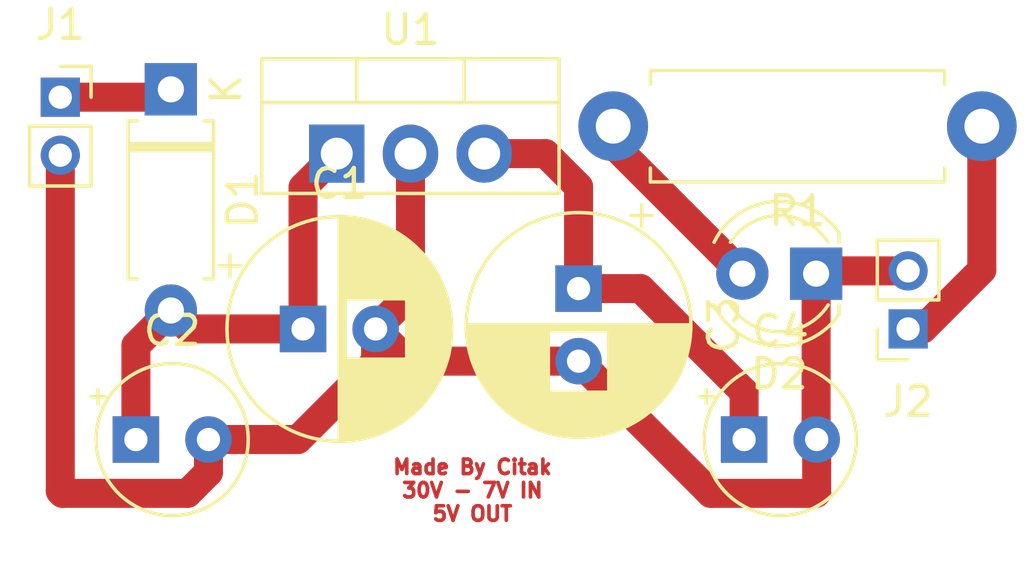
<source format=kicad_pcb>
(kicad_pcb (version 20211014) (generator pcbnew)
  (layers (0 "F.Cu" signal) (31 "B.Cu" signal) (34 "B.Paste" user) (35 "F.Paste" user) (36 "B.SilkS" user "B.Silkscreen") (37 "F.SilkS" user "F.Silkscreen") (38 "B.Mask" user) (39 "F.Mask" user) (44 "Edge.Cuts" user))
  (net 0 "")
  (net 1 "Net-(C1-Pad1)")
  (net 2 "Net-(C1-Pad2)")
  (net 3 "Net-(C3-Pad1)")
  (net 4 "Net-(D1-Pad1)")
  (net 5 "Net-(D2-Pad2)")
  (footprint "Connector_PinSocket_2.00mm:PinSocket_1x02_P2.00mm_Vertical" (layer "F.Cu") (at 141.605 65.405 180)
    (fp_text reference "J2" (at 0 -2.5) (layer "F.SilkS"))
    (fp_text value "4P2C")
    (fp_line (start 1.06 -1.06) (end 1.06 0) (layer "F.SilkS") (width 0.12))
    (fp_line (start 1.06 1) (end 1.06 3.06) (layer "F.SilkS") (width 0.12))
    (fp_line (start -1.06 1) (end -1.06 3.06) (layer "F.SilkS") (width 0.12))
    (fp_line (start -1.06 3.06) (end 1.06 3.06) (layer "F.SilkS") (width 0.12))
    (fp_line (start -1.06 1) (end 1.06 1) (layer "F.SilkS") (width 0.12))
    (fp_line (start 0 -1.06) (end 1.06 -1.06) (layer "F.SilkS") (width 0.12))
    (pad "1" thru_hole rect (at 0 0 180) (size 1.35 1.35) (drill 0.8) (layers *.Cu *.Mask) (net 3 "Net-(C3-Pad1)"))
    (pad "2" thru_hole oval (at 0 2 180) (size 1.35 1.35) (drill 0.8) (layers *.Cu *.Mask) (net 2 "Net-(C1-Pad2)"))
  )
  (footprint "Resistor_THT:R_Axial_DIN0411_L9.9mm_D3.6mm_P12.70mm_Horizontal" (layer "F.Cu") (at 144.145 58.42 180)
    (fp_text reference "R1" (at 6.35 -2.92) (layer "F.SilkS"))
    (fp_text value "330k")
    (fp_line (start 1.28 -1.92) (end 11.42 -1.92) (layer "F.SilkS") (width 0.12))
    (fp_line (start 11.42 -1.92) (end 11.42 -1.44) (layer "F.SilkS") (width 0.12))
    (fp_line (start 11.42 1.92) (end 11.42 1.44) (layer "F.SilkS") (width 0.12))
    (fp_line (start 1.28 -1.44) (end 1.28 -1.92) (layer "F.SilkS") (width 0.12))
    (fp_line (start 1.28 1.92) (end 11.42 1.92) (layer "F.SilkS") (width 0.12))
    (fp_line (start 1.28 1.44) (end 1.28 1.92) (layer "F.SilkS") (width 0.12))
    (pad "1" thru_hole circle (at 0 0 180) (size 2.4 2.4) (drill 1.2) (layers *.Cu *.Mask) (net 3 "Net-(C3-Pad1)"))
    (pad "2" thru_hole oval (at 12.7 0 180) (size 2.4 2.4) (drill 1.2) (layers *.Cu *.Mask) (net 5 "Net-(D2-Pad2)"))
  )
  (footprint "Package_TO_SOT_THT:TO-220-3_Vertical" (layer "F.Cu") (at 121.92 59.365)
    (fp_text reference "U1" (at 2.54 -4.27) (layer "F.SilkS"))
    (fp_text value "L7805")
    (fp_line (start -2.58 -3.27) (end 7.66 -3.27) (layer "F.SilkS") (width 0.12))
    (fp_line (start -2.58 -3.27) (end -2.58 1.371) (layer "F.SilkS") (width 0.12))
    (fp_line (start -2.58 1.371) (end 7.66 1.371) (layer "F.SilkS") (width 0.12))
    (fp_line (start 7.66 -3.27) (end 7.66 1.371) (layer "F.SilkS") (width 0.12))
    (fp_line (start -2.58 -1.76) (end 7.66 -1.76) (layer "F.SilkS") (width 0.12))
    (fp_line (start 4.391 -3.27) (end 4.391 -1.76) (layer "F.SilkS") (width 0.12))
    (fp_line (start 0.69 -3.27) (end 0.69 -1.76) (layer "F.SilkS") (width 0.12))
    (pad "1" thru_hole rect (at 0 0) (size 1.905 2) (drill 1.1) (layers *.Cu *.Mask) (net 1 "Net-(C1-Pad1)"))
    (pad "2" thru_hole oval (at 2.54 0) (size 1.905 2) (drill 1.1) (layers *.Cu *.Mask) (net 2 "Net-(C1-Pad2)"))
    (pad "3" thru_hole oval (at 5.08 0) (size 1.905 2) (drill 1.1) (layers *.Cu *.Mask) (net 3 "Net-(C3-Pad1)"))
  )
  (footprint "Capacitor_THT:CP_Radial_Tantal_D5.0mm_P2.50mm" (layer "F.Cu") (at 135.954888 69.215)
    (fp_text reference "C4" (at 1.25 -3.75) (layer "F.SilkS"))
    (fp_text value "0.1uF")
    (fp_line (start -1.554775 -1.475) (end -1.054775 -1.475) (layer "F.SilkS") (width 0.12))
    (fp_line (start -1.304775 -1.725) (end -1.304775 -1.225) (layer "F.SilkS") (width 0.12))
    (fp_circle (center 1.25 0) (end 3.87 0) (layer "F.SilkS") (width 0.12) (fill none))
    (pad "1" thru_hole rect (at 0 0) (size 1.6 1.6) (drill 0.8) (layers *.Cu *.Mask) (net 3 "Net-(C3-Pad1)"))
    (pad "2" thru_hole circle (at 2.5 0) (size 1.6 1.6) (drill 0.8) (layers *.Cu *.Mask) (net 2 "Net-(C1-Pad2)"))
  )
  (footprint "Connector_PinSocket_2.00mm:PinSocket_1x02_P2.00mm_Vertical" (layer "F.Cu") (at 112.395 57.42)
    (fp_text reference "J1" (at 0 -2.5) (layer "F.SilkS"))
    (fp_text value "4P2C")
    (fp_line (start -1.06 1) (end -1.06 3.06) (layer "F.SilkS") (width 0.12))
    (fp_line (start 0 -1.06) (end 1.06 -1.06) (layer "F.SilkS") (width 0.12))
    (fp_line (start 1.06 -1.06) (end 1.06 0) (layer "F.SilkS") (width 0.12))
    (fp_line (start -1.06 3.06) (end 1.06 3.06) (layer "F.SilkS") (width 0.12))
    (fp_line (start -1.06 1) (end 1.06 1) (layer "F.SilkS") (width 0.12))
    (fp_line (start 1.06 1) (end 1.06 3.06) (layer "F.SilkS") (width 0.12))
    (pad "1" thru_hole rect (at 0 0) (size 1.35 1.35) (drill 0.8) (layers *.Cu *.Mask) (net 4 "Net-(D1-Pad1)"))
    (pad "2" thru_hole oval (at 0 2) (size 1.35 1.35) (drill 0.8) (layers *.Cu *.Mask) (net 2 "Net-(C1-Pad2)"))
  )
  (footprint "LED_THT:LED_D4.0mm" (layer "F.Cu") (at 138.435 63.5 180)
    (fp_text reference "D2" (at 1.27 -3.46) (layer "F.SilkS"))
    (fp_text value "R_LED")
    (fp_line (start -0.79 1.08) (end -0.79 1.399) (layer "F.SilkS") (width 0.12))
    (fp_line (start -0.79 -1.399) (end -0.79 -1.08) (layer "F.SilkS") (width 0.12))
    (fp_arc (start 2.952713 1.080961) (mid 1.269429 2) (end -0.41333 1.08) (layer "F.SilkS") (width 0.12))
    (fp_arc (start -0.41333 -1.08) (mid 1.269429 -2) (end 2.952713 -1.080961) (layer "F.SilkS") (width 0.12))
    (fp_arc (start 3.513242 1.080724) (mid 1.453519 2.483228) (end -0.79 1.398749) (layer "F.SilkS") (width 0.12))
    (fp_arc (start -0.79 -1.398749) (mid 1.453519 -2.483228) (end 3.513242 -1.080724) (layer "F.SilkS") (width 0.12))
    (pad "1" thru_hole rect (at 0 0 180) (size 1.8 1.8) (drill 0.9) (layers *.Cu *.Mask) (net 2 "Net-(C1-Pad2)"))
    (pad "2" thru_hole circle (at 2.54 0 180) (size 1.8 1.8) (drill 0.9) (layers *.Cu *.Mask) (net 5 "Net-(D2-Pad2)"))
  )
  (footprint "Capacitor_THT:CP_Radial_D7.5mm_P2.50mm" (layer "F.Cu") (at 120.758606 65.405)
    (fp_text reference "C1" (at 1.25 -5) (layer "F.SilkS"))
    (fp_text value "0.22uF")
    (fp_line (start 3.211 -3.297) (end 3.211 -1.04) (layer "F.SilkS") (width 0.12))
    (fp_line (start 2.811 1.04) (end 2.811 3.502) (layer "F.SilkS") (width 0.12))
    (fp_line (start 2.611 1.04) (end 2.611 3.584) (layer "F.SilkS") (width 0.12))
    (fp_line (start 1.49 1.04) (end 1.49 3.823) (layer "F.SilkS") (width 0.12))
    (fp_line (start 3.291 1.04) (end 3.291 3.249) (layer "F.SilkS") (width 0.12))
    (fp_line (start 2.171 1.04) (end 2.171 3.72) (layer "F.SilkS") (width 0.12))
    (fp_line (start 3.571 -3.058) (end 3.571 3.058) (layer "F.SilkS") (width 0.12))
    (fp_line (start 2.051 1.04) (end 2.051 3.747) (layer "F.SilkS") (width 0.12))
    (fp_line (start 2.291 1.04) (end 2.291 3.688) (layer "F.SilkS") (width 0.12))
    (fp_line (start 3.211 1.04) (end 3.211 3.297) (layer "F.SilkS") (width 0.12))
    (fp_line (start 1.89 -3.777) (end 1.89 -1.04) (layer "F.SilkS") (width 0.12))
    (fp_line (start 3.171 1.04) (end 3.171 3.321) (layer "F.SilkS") (width 0.12))
    (fp_line (start 3.451 1.04) (end 3.451 3.144) (layer "F.SilkS") (width 0.12))
    (fp_line (start 3.851 -2.827) (end 3.851 2.827) (layer "F.SilkS") (width 0.12))
    (fp_line (start 2.531 -3.613) (end 2.531 -1.04) (layer "F.SilkS") (width 0.12))
    (fp_line (start 2.571 -3.598) (end 2.571 -1.04) (layer "F.SilkS") (width 0.12))
    (fp_line (start 2.971 -3.427) (end 2.971 -1.04) (layer "F.SilkS") (width 0.12))
    (fp_line (start 1.85 1.04) (end 1.85 3.784) (layer "F.SilkS") (width 0.12))
    (fp_line (start 2.771 -3.52) (end 2.771 -1.04) (layer "F.SilkS") (width 0.12))
    (fp_line (start 1.81 -3.79) (end 1.81 -1.04) (layer "F.SilkS") (width 0.12))
    (fp_line (start 4.451 -2.137) (end 4.451 2.137) (layer "F.SilkS") (width 0.12))
    (fp_line (start 2.211 -3.71) (end 2.211 -1.04) (layer "F.SilkS") (width 0.12))
    (fp_line (start 3.691 -2.964) (end 3.691 2.964) (layer "F.SilkS") (width 0.12))
    (fp_line (start 4.931 -1.158) (end 4.931 1.158) (layer "F.SilkS") (width 0.12))
    (fp_line (start 1.61 1.04) (end 1.61 3.814) (layer "F.SilkS") (width 0.12))
    (fp_line (start 3.291 -3.249) (end 3.291 -1.04) (layer "F.SilkS") (width 0.12))
    (fp_line (start 2.731 1.04) (end 2.731 3.536) (layer "F.SilkS") (width 0.12))
    (fp_line (start 2.771 1.04) (end 2.771 3.52) (layer "F.SilkS") (width 0.12))
    (fp_line (start 3.371 -3.198) (end 3.371 -1.04) (layer "F.SilkS") (width 0.12))
    (fp_line (start 2.971 1.04) (end 2.971 3.427) (layer "F.SilkS") (width 0.12))
    (fp_line (start 1.89 1.04) (end 1.89 3.777) (layer "F.SilkS") (width 0.12))
    (fp_line (start 1.49 -3.823) (end 1.49 -1.04) (layer "F.SilkS") (width 0.12))
    (fp_line (start 4.331 -2.304) (end 4.331 2.304) (layer "F.SilkS") (width 0.12))
    (fp_line (start 1.77 1.04) (end 1.77 3.795) (layer "F.SilkS") (width 0.12))
    (fp_line (start 4.731 -1.654) (end 4.731 1.654) (layer "F.SilkS") (width 0.12))
    (fp_line (start 5.011 -0.877) (end 5.011 0.877) (layer "F.SilkS") (width 0.12))
    (fp_line (start 4.211 -2.454) (end 4.211 2.454) (layer "F.SilkS") (width 0.12))
    (fp_line (start 1.971 1.04) (end 1.971 3.763) (layer "F.SilkS") (width 0.12))
    (fp_line (start 4.651 -1.809) (end 4.651 1.809) (layer "F.SilkS") (width 0.12))
    (fp_line (start 1.53 -3.82) (end 1.53 -1.04) (layer "F.SilkS") (width 0.12))
    (fp_line (start 3.251 -3.274) (end 3.251 -1.04) (layer "F.SilkS") (width 0.12))
    (fp_line (start 4.571 -1.949) (end 4.571 1.949) (layer "F.SilkS") (width 0.12))
    (fp_line (start -2.892211 -2.175) (end -2.142211 -2.175) (layer "F.SilkS") (width 0.12))
    (fp_line (start 1.73 -3.801) (end 1.73 -1.04) (layer "F.SilkS") (width 0.12))
    (fp_line (start 1.65 1.04) (end 1.65 3.81) (layer "F.SilkS") (width 0.12))
    (fp_line (start 1.81 1.04) (end 1.81 3.79) (layer "F.SilkS") (width 0.12))
    (fp_line (start 2.451 1.04) (end 2.451 3.64) (layer "F.SilkS") (width 0.12))
    (fp_line (start 2.811 -3.502) (end 2.811 -1.04) (layer "F.SilkS") (width 0.12))
    (fp_line (start 4.171 -2.5) (end 4.171 2.5) (layer "F.SilkS") (width 0.12))
    (fp_line (start 4.011 -2.673) (end 4.011 2.673) (layer "F.SilkS") (width 0.12))
    (fp_line (start 3.771 -2.898) (end 3.771 2.898) (layer "F.SilkS") (width 0.12))
    (fp_line (start 3.131 1.04) (end 3.131 3.343) (layer "F.SilkS") (width 0.12))
    (fp_line (start 2.491 1.04) (end 2.491 3.626) (layer "F.SilkS") (width 0.12))
    (fp_line (start 3.491 1.04) (end 3.491 3.116) (layer "F.SilkS") (width 0.12))
    (fp_line (start 3.091 1.04) (end 3.091 3.365) (layer "F.SilkS") (width 0.12))
    (fp_line (start 3.491 -3.116) (end 3.491 -1.04) (layer "F.SilkS") (width 0.12))
    (fp_line (start 4.251 -2.405) (end 4.251 2.405) (layer "F.SilkS") (width 0.12))
    (fp_line (start 1.77 -3.795) (end 1.77 -1.04) (layer "F.SilkS") (width 0.12))
    (fp_line (start 3.651 -2.996) (end 3.651 2.996) (layer "F.SilkS") (width 0.12))
    (fp_line (start 3.731 -2.931) (end 3.731 2.931) (layer "F.SilkS") (width 0.12))
    (fp_line (start 4.491 -2.077) (end 4.491 2.077) (layer "F.SilkS") (width 0.12))
    (fp_line (start 2.131 -3.729) (end 2.131 -1.04) (layer "F.SilkS") (width 0.12))
    (fp_line (start 2.571 1.04) (end 2.571 3.598) (layer "F.SilkS") (width 0.12))
    (fp_line (start 4.811 -1.478) (end 4.811 1.478) (layer "F.SilkS") (width 0.12))
    (fp_line (start 2.731 -3.536) (end 2.731 -1.04) (layer "F.SilkS") (width 0.12))
    (fp_line (start 3.931 -2.752) (end 3.931 2.752) (layer "F.SilkS") (width 0.12))
    (fp_line (start 2.331 -3.677) (end 2.331 -1.04) (layer "F.SilkS") (width 0.12))
    (fp_line (start 1.29 -3.83) (end 1.29 3.83) (layer "F.SilkS") (width 0.12))
    (fp_line (start 2.451 -3.64) (end 2.451 -1.04) (layer "F.SilkS") (width 0.12))
    (fp_line (start 3.171 -3.321) (end 3.171 -1.04) (layer "F.SilkS") (width 0.12))
    (fp_line (start 1.73 1.04) (end 1.73 3.801) (layer "F.SilkS") (width 0.12))
    (fp_line (start 2.651 -3.568) (end 2.651 -1.04) (layer "F.SilkS") (width 0.12))
    (fp_line (start 4.091 -2.589) (end 4.091 2.589) (layer "F.SilkS") (width 0.12))
    (fp_line (start 1.41 -3.827) (end 1.41 3.827) (layer "F.SilkS") (width 0.12))
    (fp_line (start 4.291 -2.355) (end 4.291 2.355) (layer "F.SilkS") (width 0.12))
    (fp_line (start 4.971 -1.028) (end 4.971 1.028) (layer "F.SilkS") (width 0.12))
    (fp_line (start 1.971 -3.763) (end 1.971 -1.04) (layer "F.SilkS") (width 0.12))
    (fp_line (start 2.331 1.04) (end 2.331 3.677) (layer "F.SilkS") (width 0.12))
    (fp_line (start 2.411 1.04) (end 2.411 3.653) (layer "F.SilkS") (width 0.12))
    (fp_line (start 4.411 -2.195) (end 4.411 2.195) (layer "F.SilkS") (width 0.12))
    (fp_line (start 2.051 -3.747) (end 2.051 -1.04) (layer "F.SilkS") (width 0.12))
    (fp_line (start 2.091 -3.738) (end 2.091 -1.04) (layer "F.SilkS") (width 0.12))
    (fp_line (start 4.891 -1.275) (end 4.891 1.275) (layer "F.SilkS") (width 0.12))
    (fp_line (start 1.57 1.04) (end 1.57 3.817) (layer "F.SilkS") (width 0.12))
    (fp_line (start 4.691 -1.733) (end 4.691 1.733) (layer "F.SilkS") (width 0.12))
    (fp_line (start 3.411 1.04) (end 3.411 3.172) (layer "F.SilkS") (width 0.12))
    (fp_line (start 1.61 -3.814) (end 1.61 -1.04) (layer "F.SilkS") (width 0.12))
    (fp_line (start 1.25 -3.83) (end 1.25 3.83) (layer "F.SilkS") (width 0.12))
    (fp_line (start 4.371 -2.25) (end 4.371 2.25) (layer "F.SilkS") (width 0.12))
    (fp_line (start 4.771 -1.569) (end 4.771 1.569) (layer "F.SilkS") (width 0.12))
    (fp_line (start 1.93 1.04) (end 1.93 3.77) (layer "F.SilkS") (width 0.12))
    (fp_line (start 2.291 -3.688) (end 2.291 -1.04) (layer "F.SilkS") (width 0.12))
    (fp_line (start 2.891 -3.466) (end 2.891 -1.04) (layer "F.SilkS") (width 0.12))
    (fp_line (start 1.93 -3.77) (end 1.93 -1.04) (layer "F.SilkS") (width 0.12))
    (fp_line (start 2.211 1.04) (end 2.211 3.71) (layer "F.SilkS") (width 0.12))
    (fp_line (start 1.57 -3.817) (end 1.57 -1.04) (layer "F.SilkS") (width 0.12))
    (fp_line (start 3.011 -3.407) (end 3.011 -1.04) (layer "F.SilkS") (width 0.12))
    (fp_line (start 2.691 -3.553) (end 2.691 -1.04) (layer "F.SilkS") (width 0.12))
    (fp_line (start 2.531 1.04) (end 2.531 3.613) (layer "F.SilkS") (width 0.12))
    (fp_line (start 2.131 1.04) (end 2.131 3.729) (layer "F.SilkS") (width 0.12))
    (fp_line (start 3.011 1.04) (end 3.011 3.407) (layer "F.SilkS") (width 0.12))
    (fp_line (start 3.091 -3.365) (end 3.091 -1.04) (layer "F.SilkS") (width 0.12))
    (fp_line (start 2.611 -3.584) (end 2.611 -1.04) (layer "F.SilkS") (width 0.12))
    (fp_line (start 1.37 -3.829) (end 1.37 3.829) (layer "F.SilkS") (width 0.12))
    (fp_line (start 2.251 1.04) (end 2.251 3.699) (layer "F.SilkS") (width 0.12))
    (fp_line (start 3.971 -2.713) (end 3.971 2.713) (layer "F.SilkS") (width 0.12))
    (fp_line (start 2.011 -3.755) (end 2.011 -1.04) (layer "F.SilkS") (width 0.12))
    (fp_line (start 3.451 -3.144) (end 3.451 -1.04) (layer "F.SilkS") (width 0.12))
    (fp_line (start 3.411 -3.172) (end 3.411 -1.04) (layer "F.SilkS") (width 0.12))
    (fp_line (start 4.131 -2.546) (end 4.131 2.546) (layer "F.SilkS") (width 0.12))
    (fp_line (start 3.531 -3.088) (end 3.531 -1.04) (layer "F.SilkS") (width 0.12))
    (fp_line (start 3.811 -2.863) (end 3.811 2.863) (layer "F.SilkS") (width 0.12))
    (fp_line (start 3.371 1.04) (end 3.371 3.198) (layer "F.SilkS") (width 0.12))
    (fp_line (start 4.051 -2.632) (end 4.051 2.632) (layer "F.SilkS") (width 0.12))
    (fp_line (start 2.931 1.04) (end 2.931 3.447) (layer "F.SilkS") (width 0.12))
    (fp_line (start 3.131 -3.343) (end 3.131 -1.04) (layer "F.SilkS") (width 0.12))
    (fp_line (start 1.53 1.04) (end 1.53 3.82) (layer "F.SilkS") (width 0.12))
    (fp_line (start 2.931 -3.447) (end 2.931 -1.04) (layer "F.SilkS") (width 0.12))
    (fp_line (start 1.69 1.04) (end 1.69 3.805) (layer "F.SilkS") (width 0.12))
    (fp_line (start 2.091 1.04) (end 2.091 3.738) (layer "F.SilkS") (width 0.12))
    (fp_line (start 2.651 1.04) (end 2.651 3.568) (layer "F.SilkS") (width 0.12))
    (fp_line (start 1.45 -3.825) (end 1.45 3.825) (layer "F.SilkS") (width 0.12))
    (fp_line (start 3.331 1.04) (end 3.331 3.224) (layer "F.SilkS") (width 0.12))
    (fp_line (start 4.851 -1.381) (end 4.851 1.381) (layer "F.SilkS") (width 0.12))
    (fp_line (start 2.491 -3.626) (end 2.491 -1.04) (layer "F.SilkS") (width 0.12))
    (fp_line (start 2.171 -3.72) (end 2.171 -1.04) (layer "F.SilkS") (width 0.12))
    (fp_line (start -2.517211 -2.55) (end -2.517211 -1.8) (layer "F.SilkS") (width 0.12))
    (fp_line (start 2.011 1.04) (end 2.011 3.755) (layer "F.SilkS") (width 0.12))
    (fp_line (start 5.051 -0.693) (end 5.051 0.693) (layer "F.SilkS") (width 0.12))
    (fp_line (start 3.051 -3.386) (end 3.051 -1.04) (layer "F.SilkS") (width 0.12))
    (fp_line (start 2.251 -3.699) (end 2.251 -1.04) (layer "F.SilkS") (width 0.12))
    (fp_line (start 3.891 -2.79) (end 3.891 2.79) (layer "F.SilkS") (width 0.12))
    (fp_line (start 1.85 -3.784) (end 1.85 -1.04) (layer "F.SilkS") (width 0.12))
    (fp_line (start 1.69 -3.805) (end 1.69 -1.04) (layer "F.SilkS") (width 0.12))
    (fp_line (start 2.371 1.04) (end 2.371 3.665) (layer "F.SilkS") (width 0.12))
    (fp_line (start 2.851 1.04) (end 2.851 3.484) (layer "F.SilkS") (width 0.12))
    (fp_line (start 3.251 1.04) (end 3.251 3.274) (layer "F.SilkS") (width 0.12))
    (fp_line (start 2.891 1.04) (end 2.891 3.466) (layer "F.SilkS") (width 0.12))
    (fp_line (start 3.051 1.04) (end 3.051 3.386) (layer "F.SilkS") (width 0.12))
    (fp_line (start 1.33 -3.83) (end 1.33 3.83) (layer "F.SilkS") (width 0.12))
    (fp_line (start 2.691 1.04) (end 2.691 3.553) (layer "F.SilkS") (width 0.12))
    (fp_line (start 3.611 -3.028) (end 3.611 3.028) (layer "F.SilkS") (width 0.12))
    (fp_line (start 3.331 -3.224) (end 3.331 -1.04) (layer "F.SilkS") (width 0.12))
    (fp_line (start 4.531 -2.014) (end 4.531 2.014) (layer "F.SilkS") (width 0.12))
    (fp_line (start 4.611 -1.881) (end 4.611 1.881) (layer "F.SilkS") (width 0.12))
    (fp_line (start 5.091 -0.441) (end 5.091 0.441) (layer "F.SilkS") (width 0.12))
    (fp_line (start 3.531 1.04) (end 3.531 3.088) (layer "F.SilkS") (width 0.12))
    (fp_line (start 2.411 -3.653) (end 2.411 -1.04) (layer "F.SilkS") (width 0.12))
    (fp_line (start 1.65 -3.81) (end 1.65 -1.04) (layer "F.SilkS") (width 0.12))
    (fp_line (start 2.371 -3.665) (end 2.371 -1.04) (layer "F.SilkS") (width 0.12))
    (fp_line (start 2.851 -3.484) (end 2.851 -1.04) (layer "F.SilkS") (width 0.12))
    (fp_circle (center 1.25 0) (end 5.12 0) (layer "F.SilkS") (width 0.12) (fill none))
    (pad "1" thru_hole rect (at 0 0) (size 1.6 1.6) (drill 0.8) (layers *.Cu *.Mask) (net 1 "Net-(C1-Pad1)"))
    (pad "2" thru_hole circle (at 2.5 0) (size 1.6 1.6) (drill 0.8) (layers *.Cu *.Mask) (net 2 "Net-(C1-Pad2)"))
  )
  (footprint "Diode_THT:D_A-405_P7.62mm_Horizontal" (layer "F.Cu") (at 116.205 57.15 -90)
    (fp_text reference "D1" (at 3.81 -2.47 90) (layer "F.SilkS"))
    (fp_text value "DIODE")
    (fp_text user "K" (at 0 -1.9 90) (layer "F.SilkS"))
    (fp_line (start 1.99 -1.47) (end 1.99 1.47) (layer "F.SilkS") (width 0.12))
    (fp_line (start 2.11 -1.47) (end 2.11 1.47) (layer "F.SilkS") (width 0.12))
    (fp_line (start 6.53 -1.47) (end 6.53 -1.14) (layer "F.SilkS") (width 0.12))
    (fp_line (start 1.09 -1.14) (end 1.09 -1.47) (layer "F.SilkS") (width 0.12))
    (fp_line (start 6.53 1.47) (end 6.53 1.14) (layer "F.SilkS") (width 0.12))
    (fp_line (start 1.87 -1.47) (end 1.87 1.47) (layer "F.SilkS") (width 0.12))
    (fp_line (start 1.09 -1.47) (end 6.53 -1.47) (layer "F.SilkS") (width 0.12))
    (fp_line (start 1.09 1.14) (end 1.09 1.47) (layer "F.SilkS") (width 0.12))
    (fp_line (start 1.09 1.47) (end 6.53 1.47) (layer "F.SilkS") (width 0.12))
    (pad "1" thru_hole rect (at 0 0 270) (size 1.8 1.8) (drill 0.9) (layers *.Cu *.Mask) (net 4 "Net-(D1-Pad1)"))
    (pad "2" thru_hole oval (at 7.62 0 270) (size 1.8 1.8) (drill 0.9) (layers *.Cu *.Mask) (net 1 "Net-(C1-Pad1)"))
  )
  (footprint "Capacitor_THT:CP_Radial_Tantal_D5.0mm_P2.50mm" (layer "F.Cu") (at 114.999888 69.215)
    (fp_text reference "C2" (at 1.25 -3.75) (layer "F.SilkS"))
    (fp_text value "0.1uF")
    (fp_line (start -1.554775 -1.475) (end -1.054775 -1.475) (layer "F.SilkS") (width 0.12))
    (fp_line (start -1.304775 -1.725) (end -1.304775 -1.225) (layer "F.SilkS") (width 0.12))
    (fp_circle (center 1.25 0) (end 3.87 0) (layer "F.SilkS") (width 0.12) (fill none))
    (pad "1" thru_hole rect (at 0 0) (size 1.6 1.6) (drill 0.8) (layers *.Cu *.Mask) (net 1 "Net-(C1-Pad1)"))
    (pad "2" thru_hole circle (at 2.5 0) (size 1.6 1.6) (drill 0.8) (layers *.Cu *.Mask) (net 2 "Net-(C1-Pad2)"))
  )
  (footprint "Capacitor_THT:CP_Radial_D7.5mm_P2.50mm" (layer "F.Cu") (at 130.2512 64.015006 -90)
    (fp_text reference "C3" (at 1.25 -5 90) (layer "F.SilkS"))
    (fp_text value "10uF")
    (fp_line (start 2.171 1.04) (end 2.171 3.72) (layer "F.SilkS") (width 0.12))
    (fp_line (start 1.69 -3.805) (end 1.69 -1.04) (layer "F.SilkS") (width 0.12))
    (fp_line (start 2.411 -3.653) (end 2.411 -1.04) (layer "F.SilkS") (width 0.12))
    (fp_line (start 1.971 -3.763) (end 1.971 -1.04) (layer "F.SilkS") (width 0.12))
    (fp_line (start 2.451 1.04) (end 2.451 3.64) (layer "F.SilkS") (width 0.12))
    (fp_line (start 3.931 -2.752) (end 3.931 2.752) (layer "F.SilkS") (width 0.12))
    (fp_line (start 3.491 1.04) (end 3.491 3.116) (layer "F.SilkS") (width 0.12))
    (fp_line (start 4.731 -1.654) (end 4.731 1.654) (layer "F.SilkS") (width 0.12))
    (fp_line (start 1.89 1.04) (end 1.89 3.777) (layer "F.SilkS") (width 0.12))
    (fp_line (start -2.892211 -2.175) (end -2.142211 -2.175) (layer "F.SilkS") (width 0.12))
    (fp_line (start 4.291 -2.355) (end 4.291 2.355) (layer "F.SilkS") (width 0.12))
    (fp_line (start 2.291 -3.688) (end 2.291 -1.04) (layer "F.SilkS") (width 0.12))
    (fp_line (start 2.011 -3.755) (end 2.011 -1.04) (layer "F.SilkS") (width 0.12))
    (fp_line (start 4.651 -1.809) (end 4.651 1.809) (layer "F.SilkS") (width 0.12))
    (fp_line (start 4.211 -2.454) (end 4.211 2.454) (layer "F.SilkS") (width 0.12))
    (fp_line (start 2.651 -3.568) (end 2.651 -1.04) (layer "F.SilkS") (width 0.12))
    (fp_line (start 1.65 1.04) (end 1.65 3.81) (layer "F.SilkS") (width 0.12))
    (fp_line (start 5.091 -0.441) (end 5.091 0.441) (layer "F.SilkS") (width 0.12))
    (fp_line (start 2.811 1.04) (end 2.811 3.502) (layer "F.SilkS") (width 0.12))
    (fp_line (start 1.33 -3.83) (end 1.33 3.83) (layer "F.SilkS") (width 0.12))
    (fp_line (start 2.651 1.04) (end 2.651 3.568) (layer "F.SilkS") (width 0.12))
    (fp_line (start 1.37 -3.829) (end 1.37 3.829) (layer "F.SilkS") (width 0.12))
    (fp_line (start 3.731 -2.931) (end 3.731 2.931) (layer "F.SilkS") (width 0.12))
    (fp_line (start 2.971 -3.427) (end 2.971 -1.04) (layer "F.SilkS") (width 0.12))
    (fp_line (start 1.61 1.04) (end 1.61 3.814) (layer "F.SilkS") (width 0.12))
    (fp_line (start 2.571 -3.598) (end 2.571 -1.04) (layer "F.SilkS") (width 0.12))
    (fp_line (start 1.77 1.04) (end 1.77 3.795) (layer "F.SilkS") (width 0.12))
    (fp_line (start 3.611 -3.028) (end 3.611 3.028) (layer "F.SilkS") (width 0.12))
    (fp_line (start 3.691 -2.964) (end 3.691 2.964) (layer "F.SilkS") (width 0.12))
    (fp_line (start 1.93 1.04) (end 1.93 3.77) (layer "F.SilkS") (width 0.12))
    (fp_line (start 3.651 -2.996) (end 3.651 2.996) (layer "F.SilkS") (width 0.12))
    (fp_line (start 4.811 -1.478) (end 4.811 1.478) (layer "F.SilkS") (width 0.12))
    (fp_line (start 4.891 -1.275) (end 4.891 1.275) (layer "F.SilkS") (width 0.12))
    (fp_line (start 1.89 -3.777) (end 1.89 -1.04) (layer "F.SilkS") (width 0.12))
    (fp_line (start 2.531 -3.613) (end 2.531 -1.04) (layer "F.SilkS") (width 0.12))
    (fp_line (start 3.091 -3.365) (end 3.091 -1.04) (layer "F.SilkS") (width 0.12))
    (fp_line (start 3.971 -2.713) (end 3.971 2.713) (layer "F.SilkS") (width 0.12))
    (fp_line (start 1.53 1.04) (end 1.53 3.82) (layer "F.SilkS") (width 0.12))
    (fp_line (start 2.931 -3.447) (end 2.931 -1.04) (layer "F.SilkS") (width 0.12))
    (fp_line (start 3.251 -3.274) (end 3.251 -1.04) (layer "F.SilkS") (width 0.12))
    (fp_line (start 3.331 1.04) (end 3.331 3.224) (layer "F.SilkS") (width 0.12))
    (fp_line (start 3.371 1.04) (end 3.371 3.198) (layer "F.SilkS") (width 0.12))
    (fp_line (start 2.211 -3.71) (end 2.211 -1.04) (layer "F.SilkS") (width 0.12))
    (fp_line (start 1.81 -3.79) (end 1.81 -1.04) (layer "F.SilkS") (width 0.12))
    (fp_line (start 2.691 1.04) (end 2.691 3.553) (layer "F.SilkS") (width 0.12))
    (fp_line (start 4.131 -2.546) (end 4.131 2.546) (layer "F.SilkS") (width 0.12))
    (fp_line (start 2.771 -3.52) (end 2.771 -1.04) (layer "F.SilkS") (width 0.12))
    (fp_line (start 5.051 -0.693) (end 5.051 0.693) (layer "F.SilkS") (width 0.12))
    (fp_line (start 3.131 1.04) (end 3.131 3.343) (layer "F.SilkS") (width 0.12))
    (fp_line (start 2.891 -3.466) (end 2.891 -1.04) (layer "F.SilkS") (width 0.12))
    (fp_line (start 1.73 1.04) (end 1.73 3.801) (layer "F.SilkS") (width 0.12))
    (fp_line (start 3.531 1.04) (end 3.531 3.088) (layer "F.SilkS") (width 0.12))
    (fp_line (start 1.85 -3.784) (end 1.85 -1.04) (layer "F.SilkS") (width 0.12))
    (fp_line (start 3.531 -3.088) (end 3.531 -1.04) (layer "F.SilkS") (width 0.12))
    (fp_line (start 4.331 -2.304) (end 4.331 2.304) (layer "F.SilkS") (width 0.12))
    (fp_line (start 2.451 -3.64) (end 2.451 -1.04) (layer "F.SilkS") (width 0.12))
    (fp_line (start 3.131 -3.343) (end 3.131 -1.04) (layer "F.SilkS") (width 0.12))
    (fp_line (start 4.611 -1.881) (end 4.611 1.881) (layer "F.SilkS") (width 0.12))
    (fp_line (start 3.811 -2.863) (end 3.811 2.863) (layer "F.SilkS") (width 0.12))
    (fp_line (start 3.451 1.04) (end 3.451 3.144) (layer "F.SilkS") (width 0.12))
    (fp_line (start 2.371 1.04) (end 2.371 3.665) (layer "F.SilkS") (width 0.12))
    (fp_line (start 4.771 -1.569) (end 4.771 1.569) (layer "F.SilkS") (width 0.12))
    (fp_line (start 2.331 -3.677) (end 2.331 -1.04) (layer "F.SilkS") (width 0.12))
    (fp_line (start 3.171 -3.321) (end 3.171 -1.04) (layer "F.SilkS") (width 0.12))
    (fp_line (start 2.731 1.04) (end 2.731 3.536) (layer "F.SilkS") (width 0.12))
    (fp_line (start 2.491 1.04) (end 2.491 3.626) (layer "F.SilkS") (width 0.12))
    (fp_line (start 4.491 -2.077) (end 4.491 2.077) (layer "F.SilkS") (width 0.12))
    (fp_line (start 3.411 -3.172) (end 3.411 -1.04) (layer "F.SilkS") (width 0.12))
    (fp_line (start 4.091 -2.589) (end 4.091 2.589) (layer "F.SilkS") (width 0.12))
    (fp_line (start 4.171 -2.5) (end 4.171 2.5) (layer "F.SilkS") (width 0.12))
    (fp_line (start 2.251 1.04) (end 2.251 3.699) (layer "F.SilkS") (width 0.12))
    (fp_line (start 3.291 -3.249) (end 3.291 -1.04) (layer "F.SilkS") (width 0.12))
    (fp_line (start 5.011 -0.877) (end 5.011 0.877) (layer "F.SilkS") (width 0.12))
    (fp_line (start 4.531 -2.014) (end 4.531 2.014) (layer "F.SilkS") (width 0.12))
    (fp_line (start 2.131 1.04) (end 2.131 3.729) (layer "F.SilkS") (width 0.12))
    (fp_line (start 3.251 1.04) (end 3.251 3.274) (layer "F.SilkS") (width 0.12))
    (fp_line (start 4.011 -2.673) (end 4.011 2.673) (layer "F.SilkS") (width 0.12))
    (fp_line (start 2.411 1.04) (end 2.411 3.653) (layer "F.SilkS") (width 0.12))
    (fp_line (start 1.41 -3.827) (end 1.41 3.827) (layer "F.SilkS") (width 0.12))
    (fp_line (start 2.611 1.04) (end 2.611 3.584) (layer "F.SilkS") (width 0.12))
    (fp_line (start 1.45 -3.825) (end 1.45 3.825) (layer "F.SilkS") (width 0.12))
    (fp_line (start 1.29 -3.83) (end 1.29 3.83) (layer "F.SilkS") (width 0.12))
    (fp_line (start 2.011 1.04) (end 2.011 3.755) (layer "F.SilkS") (width 0.12))
    (fp_line (start 4.251 -2.405) (end 4.251 2.405) (layer "F.SilkS") (width 0.12))
    (fp_line (start 2.931 1.04) (end 2.931 3.447) (layer "F.SilkS") (width 0.12))
    (fp_line (start 1.69 1.04) (end 1.69 3.805) (layer "F.SilkS") (width 0.12))
    (fp_line (start 2.251 -3.699) (end 2.251 -1.04) (layer "F.SilkS") (width 0.12))
    (fp_line (start 2.571 1.04) (end 2.571 3.598) (layer "F.SilkS") (width 0.12))
    (fp_line (start 2.051 1.04) (end 2.051 3.747) (layer "F.SilkS") (width 0.12))
    (fp_line (start 1.49 1.04) (end 1.49 3.823) (layer "F.SilkS") (width 0.12))
    (fp_line (start 3.451 -3.144) (end 3.451 -1.04) (layer "F.SilkS") (width 0.12))
    (fp_line (start 2.051 -3.747) (end 2.051 -1.04) (layer "F.SilkS") (width 0.12))
    (fp_line (start 3.571 -3.058) (end 3.571 3.058) (layer "F.SilkS") (width 0.12))
    (fp_line (start 3.891 -2.79) (end 3.891 2.79) (layer "F.SilkS") (width 0.12))
    (fp_line (start 3.171 1.04) (end 3.171 3.321) (layer "F.SilkS") (width 0.12))
    (fp_line (start 3.491 -3.116) (end 3.491 -1.04) (layer "F.SilkS") (width 0.12))
    (fp_line (start 2.131 -3.729) (end 2.131 -1.04) (layer "F.SilkS") (width 0.12))
    (fp_line (start 2.771 1.04) (end 2.771 3.52) (layer "F.SilkS") (width 0.12))
    (fp_line (start 3.371 -3.198) (end 3.371 -1.04) (layer "F.SilkS") (width 0.12))
    (fp_line (start 1.85 1.04) (end 1.85 3.784) (layer "F.SilkS") (width 0.12))
    (fp_line (start 1.73 -3.801) (end 1.73 -1.04) (layer "F.SilkS") (width 0.12))
    (fp_line (start 2.811 -3.502) (end 2.811 -1.04) (layer "F.SilkS") (width 0.12))
    (fp_line (start 3.051 1.04) (end 3.051 3.386) (layer "F.SilkS") (width 0.12))
    (fp_line (start 3.851 -2.827) (end 3.851 2.827) (layer "F.SilkS") (width 0.12))
    (fp_line (start 1.25 -3.83) (end 1.25 3.83) (layer "F.SilkS") (width 0.12))
    (fp_line (start 2.531 1.04) (end 2.531 3.613) (layer "F.SilkS") (width 0.12))
    (fp_line (start 2.691 -3.553) (end 2.691 -1.04) (layer "F.SilkS") (width 0.12))
    (fp_line (start 2.611 -3.584) (end 2.611 -1.04) (layer "F.SilkS") (width 0.12))
    (fp_line (start 3.011 1.04) (end 3.011 3.407) (layer "F.SilkS") (width 0.12))
    (fp_line (start 1.49 -3.823) (end 1.49 -1.04) (layer "F.SilkS") (width 0.12))
    (fp_line (start 1.65 -3.81) (end 1.65 -1.04) (layer "F.SilkS") (width 0.12))
    (fp_line (start -2.517211 -2.55) (end -2.517211 -1.8) (layer "F.SilkS") (width 0.12))
    (fp_line (start 2.891 1.04) (end 2.891 3.466) (layer "F.SilkS") (width 0.12))
    (fp_line (start 3.771 -2.898) (end 3.771 2.898) (layer "F.SilkS") (width 0.12))
    (fp_line (start 4.931 -1.158) (end 4.931 1.158) (layer "F.SilkS") (width 0.12))
    (fp_line (start 4.691 -1.733) (end 4.691 1.733) (layer "F.SilkS") (width 0.12))
    (fp_line (start 3.011 -3.407) (end 3.011 -1.04) (layer "F.SilkS") (width 0.12))
    (fp_line (start 2.851 1.04) (end 2.851 3.484) (layer "F.SilkS") (width 0.12))
    (fp_line (start 2.091 1.04) (end 2.091 3.738) (layer "F.SilkS") (width 0.12))
    (fp_line (start 4.051 -2.632) (end 4.051 2.632) (layer "F.SilkS") (width 0.12))
    (fp_line (start 1.57 1.04) (end 1.57 3.817) (layer "F.SilkS") (width 0.12))
    (fp_line (start 2.091 -3.738) (end 2.091 -1.04) (layer "F.SilkS") (width 0.12))
    (fp_line (start 4.451 -2.137) (end 4.451 2.137) (layer "F.SilkS") (width 0.12))
    (fp_line (start 1.77 -3.795) (end 1.77 -1.04) (layer "F.SilkS") (width 0.12))
    (fp_line (start 2.731 -3.536) (end 2.731 -1.04) (layer "F.SilkS") (width 0.12))
    (fp_line (start 2.491 -3.626) (end 2.491 -1.04) (layer "F.SilkS") (width 0.12))
    (fp_line (start 4.411 -2.195) (end 4.411 2.195) (layer "F.SilkS") (width 0.12))
    (fp_line (start 2.371 -3.665) (end 2.371 -1.04) (layer "F.SilkS") (width 0.12))
    (fp_line (start 2.171 -3.72) (end 2.171 -1.04) (layer "F.SilkS") (width 0.12))
    (fp_line (start 2.331 1.04) (end 2.331 3.677) (layer "F.SilkS") (width 0.12))
    (fp_line (start 1.53 -3.82) (end 1.53 -1.04) (layer "F.SilkS") (width 0.12))
    (fp_line (start 4.851 -1.381) (end 4.851 1.381) (layer "F.SilkS") (width 0.12))
    (fp_line (start 2.971 1.04) (end 2.971 3.427) (layer "F.SilkS") (width 0.12))
    (fp_line (start 3.091 1.04) (end 3.091 3.365) (layer "F.SilkS") (width 0.12))
    (fp_line (start 4.571 -1.949) (end 4.571 1.949) (layer "F.SilkS") (width 0.12))
    (fp_line (start 1.61 -3.814) (end 1.61 -1.04) (layer "F.SilkS") (width 0.12))
    (fp_line (start 3.331 -3.224) (end 3.331 -1.04) (layer "F.SilkS") (width 0.12))
    (fp_line (start 1.57 -3.817) (end 1.57 -1.04) (layer "F.SilkS") (width 0.12))
    (fp_line (start 1.93 -3.77) (end 1.93 -1.04) (layer "F.SilkS") (width 0.12))
    (fp_line (start 3.211 1.04) (end 3.211 3.297) (layer "F.SilkS") (width 0.12))
    (fp_line (start 3.411 1.04) (end 3.411 3.172) (layer "F.SilkS") (width 0.12))
    (fp_line (start 4.971 -1.028) (end 4.971 1.028) (layer "F.SilkS") (width 0.12))
    (fp_line (start 2.291 1.04) (end 2.291 3.688) (layer "F.SilkS") (width 0.12))
    (fp_line (start 1.81 1.04) (end 1.81 3.79) (layer "F.SilkS") (width 0.12))
    (fp_line (start 3.051 -3.386) (end 3.051 -1.04) (layer "F.SilkS") (width 0.12))
    (fp_line (start 3.291 1.04) (end 3.291 3.249) (layer "F.SilkS") (width 0.12))
    (fp_line (start 2.211 1.04) (end 2.211 3.71) (layer "F.SilkS") (width 0.12))
    (fp_line (start 4.371 -2.25) (end 4.371 2.25) (layer "F.SilkS") (width 0.12))
    (fp_line (start 3.211 -3.297) (end 3.211 -1.04) (layer "F.SilkS") (width 0.12))
    (fp_line (start 1.971 1.04) (end 1.971 3.763) (layer "F.SilkS") (width 0.12))
    (fp_line (start 2.851 -3.484) (end 2.851 -1.04) (layer "F.SilkS") (width 0.12))
    (fp_circle (center 1.25 0) (end 5.12 0) (layer "F.SilkS") (width 0.12) (fill none))
    (pad "1" thru_hole rect (at 0 0 270) (size 1.6 1.6) (drill 0.8) (layers *.Cu *.Mask) (net 3 "Net-(C3-Pad1)"))
    (pad "2" thru_hole circle (at 2.5 0 270) (size 1.6 1.6) (drill 0.8) (layers *.Cu *.Mask) (net 2 "Net-(C1-Pad2)"))
  )
  (gr_text "Made By Citak\n30V - 7V IN\n5V OUT\n" (at 126.5936 70.9676) (layer "F.Cu") (effects (font (size 0.5 0.5) (thickness 0.125))))
  (segment (start 114.999888 65.975112) (end 116.205 64.77) (width 1) (layer "F.Cu") (net 1))
  (segment (start 120.758606 65.405) (end 116.84 65.405) (width 1) (layer "F.Cu") (net 1))
  (segment (start 114.999888 69.215) (end 114.999888 65.975112) (width 1) (layer "F.Cu") (net 1))
  (segment (start 116.84 65.405) (end 116.205 64.77) (width 1) (layer "F.Cu") (net 1))
  (segment (start 120.758606 65.405) (end 120.758606 60.526394) (width 1) (layer "F.Cu") (net 1))
  (segment (start 120.758606 60.526394) (end 121.92 59.365) (width 1) (layer "F.Cu") (net 1))
  (segment (start 141.605 63.405) (end 138.53 63.405) (width 1) (layer "F.Cu") (net 2))
  (segment (start 120.579976 69.215) (end 123.258606 66.53637) (width 1) (layer "F.Cu") (net 2))
  (segment (start 123.258606 66.53637) (end 123.258606 65.405) (width 1) (layer "F.Cu") (net 2))
  (segment (start 117.499888 70.34637) (end 116.777058 71.0692) (width 1) (layer "F.Cu") (net 2))
  (segment (start 116.777058 71.0692) (end 112.4712 71.0692) (width 1) (layer "F.Cu") (net 2))
  (segment (start 138.53 63.405) (end 138.435 63.5) (width 1) (layer "F.Cu") (net 2))
  (segment (start 138.435 69.195112) (end 138.454888 69.215) (width 1) (layer "F.Cu") (net 2))
  (segment (start 124.46 64.203606) (end 123.258606 65.405) (width 1) (layer "F.Cu") (net 2))
  (segment (start 138.454888 71.044312) (end 138.454888 69.215) (width 1) (layer "F.Cu") (net 2))
  (segment (start 138.43 71.0692) (end 138.454888 71.044312) (width 1) (layer "F.Cu") (net 2))
  (segment (start 124.46 59.365) (end 124.46 64.203606) (width 1) (layer "F.Cu") (net 2))
  (segment (start 112.4712 71.0692) (end 112.395 70.993) (width 1) (layer "F.Cu") (net 2))
  (segment (start 117.499888 69.215) (end 117.499888 70.34637) (width 1) (layer "F.Cu") (net 2))
  (segment (start 130.2512 66.515006) (end 124.368612 66.515006) (width 1) (layer "F.Cu") (net 2))
  (segment (start 130.2512 66.515006) (end 134.805394 71.0692) (width 1) (layer "F.Cu") (net 2))
  (segment (start 112.395 70.993) (end 112.395 59.42) (width 1) (layer "F.Cu") (net 2))
  (segment (start 117.499888 69.215) (end 120.579976 69.215) (width 1) (layer "F.Cu") (net 2))
  (segment (start 134.805394 71.0692) (end 138.43 71.0692) (width 1) (layer "F.Cu") (net 2))
  (segment (start 138.435 63.5) (end 138.435 69.195112) (width 1) (layer "F.Cu") (net 2))
  (segment (start 124.368612 66.515006) (end 123.258606 65.405) (width 1) (layer "F.Cu") (net 2))
  (segment (start 144.145 58.42) (end 144.145 63.373) (width 1) (layer "F.Cu") (net 3))
  (segment (start 130.2512 64.015006) (end 132.391806 64.015006) (width 1) (layer "F.Cu") (net 3))
  (segment (start 129.1134 59.365) (end 130.2512 60.5028) (width 1) (layer "F.Cu") (net 3))
  (segment (start 130.2512 60.5028) (end 130.2512 64.015006) (width 1) (layer "F.Cu") (net 3))
  (segment (start 132.391806 64.015006) (end 135.954888 67.578088) (width 1) (layer "F.Cu") (net 3))
  (segment (start 135.954888 67.578088) (end 135.954888 69.215) (width 1) (layer "F.Cu") (net 3))
  (segment (start 144.145 63.373) (end 142.113 65.405) (width 1) (layer "F.Cu") (net 3))
  (segment (start 127 59.365) (end 129.1134 59.365) (width 1) (layer "F.Cu") (net 3))
  (segment (start 142.113 65.405) (end 141.605 65.405) (width 1) (layer "F.Cu") (net 3))
  (segment (start 112.395 57.42) (end 115.935 57.42) (width 1) (layer "F.Cu") (net 4))
  (segment (start 115.935 57.42) (end 116.205 57.15) (width 1) (layer "F.Cu") (net 4))
  (segment (start 131.445 58.42) (end 131.445 59.05) (width 1) (layer "F.Cu") (net 5))
  (segment (start 131.445 59.05) (end 135.895 63.5) (width 1) (layer "F.Cu") (net 5))
)
</source>
